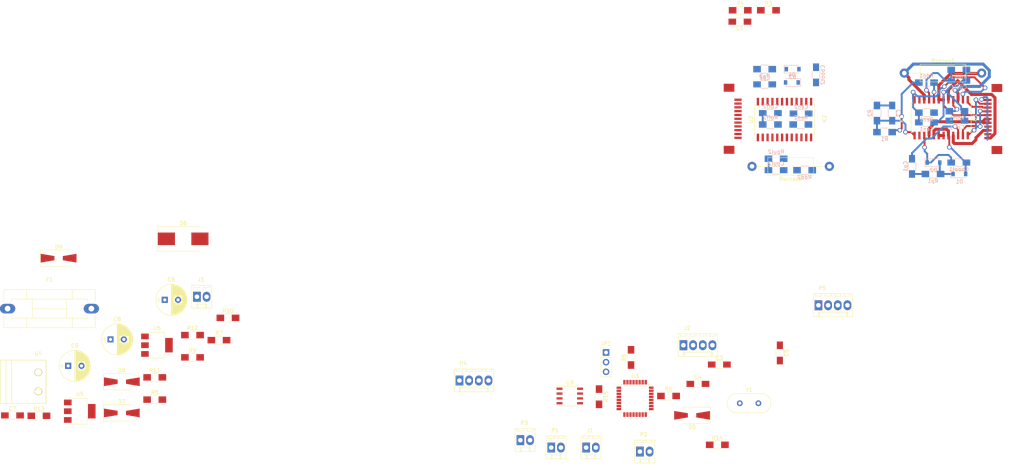
<source format=kicad_pcb>
(kicad_pcb (version 4) (host pcbnew 4.0.2+dfsg1-stable)
  (layers (0 F.Cu signal) (31 B.Cu signal) (34 B.Paste user) (35 F.Paste user) (36 B.SilkS user) (37 F.SilkS user) (38 B.Mask user) (39 F.Mask user) (44 Edge.Cuts user))
  (net 0 "")
  (net 1 /motor_part/Vref)
  (net 2 GND)
  (net 3 "Net-(C3-Pad1)")
  (net 4 "Net-(C4-Pad1)")
  (net 5 /uC/nrst)
  (net 6 VCC)
  (net 7 +5V)
  (net 8 +3V3)
  (net 9 /motor_part/VBOOT1)
  (net 10 /motor_part/VBOOT2)
  (net 11 /motor_part/DIAG_1)
  (net 12 /motor_part/DIAG_2)
  (net 13 /motor_part/RCOFF1)
  (net 14 /motor_part/RCOFF2)
  (net 15 /motor_part/VCP1)
  (net 16 "Net-(Cp1-Pad2)")
  (net 17 /motor_part/VCP2)
  (net 18 "Net-(Cp2-Pad2)")
  (net 19 /motor_part/RCPULSE1)
  (net 20 /motor_part/RCPULSE2)
  (net 21 "Net-(D1-Pad1)")
  (net 22 "Net-(D3-Pad1)")
  (net 23 "Net-(D5-Pad2)")
  (net 24 "Net-(D7-Pad2)")
  (net 25 "Net-(D8-Pad2)")
  (net 26 "Net-(D9-Pad2)")
  (net 27 "Net-(F1-Pad2)")
  (net 28 /uC/RX)
  (net 29 /uC/TX)
  (net 30 /uC/swclk)
  (net 31 /uC/swdio)
  (net 32 "Net-(JP1-Pad2)")
  (net 33 "Net-(K1-Pad1)")
  (net 34 "Net-(K1-Pad3)")
  (net 35 "Net-(K1-Pad5)")
  (net 36 "Net-(K1-Pad8)")
  (net 37 "Net-(K1-Pad9)")
  (net 38 "Net-(K1-Pad10)")
  (net 39 "Net-(K2-Pad1)")
  (net 40 "Net-(K2-Pad3)")
  (net 41 "Net-(K2-Pad5)")
  (net 42 "Net-(K2-Pad8)")
  (net 43 "Net-(K2-Pad9)")
  (net 44 "Net-(K2-Pad10)")
  (net 45 /uC/I2C_SDA)
  (net 46 /uC/I2C_SCL)
  (net 47 "Net-(P2-Pad1)")
  (net 48 "Net-(P2-Pad2)")
  (net 49 "Net-(P3-Pad1)")
  (net 50 "Net-(P3-Pad2)")
  (net 51 /encodeurs/Ch_A2)
  (net 52 /encodeurs/Ch_B2)
  (net 53 /encodeurs/Ch_A1)
  (net 54 /encodeurs/Ch_B1)
  (net 55 "Net-(R5-Pad1)")
  (net 56 "Net-(R6-Pad1)")
  (net 57 "Net-(R8-Pad1)")
  (net 58 "Net-(R11-Pad2)")
  (net 59 "Net-(R14-Pad1)")
  (net 60 /motor_part/TACHO_1)
  (net 61 /motor_part/TACHO_2)
  (net 62 /motor_part/EN_1)
  (net 63 /motor_part/EN_2)
  (net 64 "Net-(Rsense1-Pad1)")
  (net 65 "Net-(Rsense2-Pad1)")
  (net 66 /motor_part/DIR_1)
  (net 67 /motor_part/BRAKE_1)
  (net 68 /motor_part/DIR_2)
  (net 69 /motor_part/BRAKE_2)
  (module Housings_SOIC:SOIC-24W_7.5x15.4mm_Pitch1.27mm (layer F.Cu) (at 272.865 64.7 270)
    (fp_text reference U1 (at 0 -8.8 270) (layer F.SilkS))
    (fp_text value L6235D)
    (pad 1 smd rect (at -4.7 -6.985 270) (size 2 0.6) (layers F.Cu F.Paste F.Mask) (net 37 "Net-(K1-Pad9)"))
    (pad 2 smd rect (at -4.7 -5.715 270) (size 2 0.6) (layers F.Cu F.Paste F.Mask) (net 11 /motor_part/DIAG_1))
    (pad 3 smd rect (at -4.7 -4.445 270) (size 2 0.6) (layers F.Cu F.Paste F.Mask) (net 64 "Net-(Rsense1-Pad1)"))
    (pad 4 smd rect (at -4.7 -3.175 270) (size 2 0.6) (layers F.Cu F.Paste F.Mask) (net 13 /motor_part/RCOFF1))
    (pad 5 smd rect (at -4.7 -1.905 270) (size 2 0.6) (layers F.Cu F.Paste F.Mask) (net 33 "Net-(K1-Pad1)"))
    (pad 6 smd rect (at -4.7 -0.635 270) (size 2 0.6) (layers F.Cu F.Paste F.Mask) (net 2 GND))
    (pad 7 smd rect (at -4.7 0.635 270) (size 2 0.6) (layers F.Cu F.Paste F.Mask) (net 2 GND))
    (pad 8 smd rect (at -4.7 1.905 270) (size 2 0.6) (layers F.Cu F.Paste F.Mask) (net 60 /motor_part/TACHO_1))
    (pad 9 smd rect (at -4.7 3.175 270) (size 2 0.6) (layers F.Cu F.Paste F.Mask) (net 19 /motor_part/RCPULSE1))
    (pad 10 smd rect (at -4.7 4.445 270) (size 2 0.6) (layers F.Cu F.Paste F.Mask) (net 64 "Net-(Rsense1-Pad1)"))
    (pad 11 smd rect (at -4.7 5.715 270) (size 2 0.6) (layers F.Cu F.Paste F.Mask) (net 66 /motor_part/DIR_1))
    (pad 12 smd rect (at -4.7 6.985 270) (size 2 0.6) (layers F.Cu F.Paste F.Mask) (net 11 /motor_part/DIAG_1))
    (pad 13 smd rect (at 4.7 6.985 270) (size 2 0.6) (layers F.Cu F.Paste F.Mask) (net 1 /motor_part/Vref))
    (pad 14 smd rect (at 4.7 5.715 270) (size 2 0.6) (layers F.Cu F.Paste F.Mask) (net 67 /motor_part/BRAKE_1))
    (pad 15 smd rect (at 4.7 4.445 270) (size 2 0.6) (layers F.Cu F.Paste F.Mask) (net 9 /motor_part/VBOOT1))
    (pad 16 smd rect (at 4.7 3.175 270) (size 2 0.6) (layers F.Cu F.Paste F.Mask) (net 35 "Net-(K1-Pad5)"))
    (pad 17 smd rect (at 4.7 1.905 270) (size 2 0.6) (layers F.Cu F.Paste F.Mask) (net 6 VCC))
    (pad 18 smd rect (at 4.7 0.635 270) (size 2 0.6) (layers F.Cu F.Paste F.Mask) (net 2 GND))
    (pad 19 smd rect (at 4.7 -0.635 270) (size 2 0.6) (layers F.Cu F.Paste F.Mask) (net 2 GND))
    (pad 20 smd rect (at 4.7 -1.905 270) (size 2 0.6) (layers F.Cu F.Paste F.Mask) (net 6 VCC))
    (pad 21 smd rect (at 4.7 -3.175 270) (size 2 0.6) (layers F.Cu F.Paste F.Mask) (net 34 "Net-(K1-Pad3)"))
    (pad 22 smd rect (at 4.7 -4.445 270) (size 2 0.6) (layers F.Cu F.Paste F.Mask) (net 15 /motor_part/VCP1))
    (pad 23 smd rect (at 4.7 -5.715 270) (size 2 0.6) (layers F.Cu F.Paste F.Mask) (net 36 "Net-(K1-Pad8)"))
    (pad 24 smd rect (at 4.7 -6.985 270) (size 2 0.6) (layers F.Cu F.Paste F.Mask) (net 38 "Net-(K1-Pad10)"))
  )
  (module maxon:Molex-52207-0433 (layer F.Cu) (at 285.15 65.055 90)
    (fp_text reference K1 (at 0 -22.74 90) (layer F.SilkS))
    (fp_text value Maxon-200142)
    (pad 1 smd rect (at -5 0 90) (size 0.6 1.9) (layers F.Cu F.Paste F.Mask) (net 33 "Net-(K1-Pad1)"))
    (pad 2 smd rect (at -4 0 90) (size 0.6 1.9) (layers F.Cu F.Paste F.Mask) (net 33 "Net-(K1-Pad1)"))
    (pad 3 smd rect (at -3 0 90) (size 0.6 1.9) (layers F.Cu F.Paste F.Mask) (net 34 "Net-(K1-Pad3)"))
    (pad 4 smd rect (at -2 0 90) (size 0.6 1.9) (layers F.Cu F.Paste F.Mask) (net 34 "Net-(K1-Pad3)"))
    (pad 5 smd rect (at -1 0 90) (size 0.6 1.9) (layers F.Cu F.Paste F.Mask) (net 35 "Net-(K1-Pad5)"))
    (pad 6 smd rect (at 0 0 90) (size 0.6 1.9) (layers F.Cu F.Paste F.Mask) (net 35 "Net-(K1-Pad5)"))
    (pad 7 smd rect (at 1 0 90) (size 0.6 1.9) (layers F.Cu F.Paste F.Mask) (net 2 GND))
    (pad 8 smd rect (at 2 0 90) (size 0.6 1.9) (layers F.Cu F.Paste F.Mask) (net 36 "Net-(K1-Pad8)"))
    (pad 9 smd rect (at 3 0 90) (size 0.6 1.9) (layers F.Cu F.Paste F.Mask) (net 37 "Net-(K1-Pad9)"))
    (pad 10 smd rect (at 4 0 90) (size 0.6 1.9) (layers F.Cu F.Paste F.Mask) (net 38 "Net-(K1-Pad10)"))
    (pad 11 smd rect (at 5 0 90) (size 0.6 1.9) (layers F.Cu F.Paste F.Mask) (net 7 +5V))
    (pad "" smd rect (at 8.15 2.35 90) (size 2.1 2.8) (layers F.Cu F.Paste F.Mask))
    (pad "" smd rect (at -8.15 2.35 90) (size 2.1 2.8) (layers F.Cu F.Paste F.Mask))
  )
  (module Capacitors_SMD:C_1206_HandSoldering (layer F.Cu) (at 220 39.5 180)
    (fp_text reference C1 (at 0 -1.75 180) (layer F.SilkS))
    (fp_text value C)
    (pad 1 smd rect (at -2 0 180) (size 2 1.6) (layers F.Cu F.Paste F.Mask) (net 1 /motor_part/Vref))
    (pad 2 smd rect (at 2 0 180) (size 2 1.6) (layers F.Cu F.Paste F.Mask) (net 2 GND))
  )
  (module Capacitors_SMD:C_1206_HandSoldering (layer B.Cu) (at 260 63.5 90)
    (fp_text reference C2 (at 0 1.75 90) (layer B.SilkS) (effects (justify mirror)))
    (fp_text value C)
    (pad 1 smd rect (at -2 0 90) (size 2 1.6) (layers B.Cu B.Paste B.Mask) (net 1 /motor_part/Vref))
    (pad 2 smd rect (at 2 0 90) (size 2 1.6) (layers B.Cu B.Paste B.Mask) (net 2 GND))
  )
  (module Capacitors_SMD:C_1206_HandSoldering (layer F.Cu) (at 214.595 129.555)
    (fp_text reference C3 (at 0 -1.75) (layer F.SilkS))
    (fp_text value 10nC)
    (pad 1 smd rect (at -2 0) (size 2 1.6) (layers F.Cu F.Paste F.Mask) (net 3 "Net-(C3-Pad1)"))
    (pad 2 smd rect (at 2 0) (size 2 1.6) (layers F.Cu F.Paste F.Mask) (net 2 GND))
  )
  (module Capacitors_SMD:C_1206_HandSoldering (layer F.Cu) (at 208.975 134.635)
    (fp_text reference C4 (at 0 -1.75) (layer F.SilkS))
    (fp_text value 10nC)
    (pad 1 smd rect (at -2 0) (size 2 1.6) (layers F.Cu F.Paste F.Mask) (net 4 "Net-(C4-Pad1)"))
    (pad 2 smd rect (at 2 0) (size 2 1.6) (layers F.Cu F.Paste F.Mask) (net 2 GND))
  )
  (module Capacitors_SMD:C_1206_HandSoldering (layer F.Cu) (at 230.5 126.5 270)
    (fp_text reference C5 (at 0 -1.75 270) (layer F.SilkS))
    (fp_text value 100nC)
    (pad 1 smd rect (at -2 0 270) (size 2 1.6) (layers F.Cu F.Paste F.Mask) (net 5 /uC/nrst))
    (pad 2 smd rect (at 2 0 270) (size 2 1.6) (layers F.Cu F.Paste F.Mask) (net 2 GND))
  )
  (module Capacitors_THT:CP_Radial_D8.0mm_P3.50mm (layer F.Cu) (at 68.935001 112.555)
    (fp_text reference C6 (at 1.75 -5.31) (layer F.SilkS))
    (fp_text value 100uCP)
    (pad 1 thru_hole rect (at 0 0) (size 1.6 1.6) (drill 0.8) (layers *.Cu *.Mask) (net 6 VCC))
    (pad 2 thru_hole circle (at 3.5 0) (size 1.6 1.6) (drill 0.8) (layers *.Cu *.Mask) (net 2 GND))
  )
  (module Capacitors_SMD:C_1206_HandSoldering (layer F.Cu) (at 28.935001 142.915)
    (fp_text reference C7 (at 0 -1.75) (layer F.SilkS))
    (fp_text value 100nC)
    (pad 1 smd rect (at -2 0) (size 2 1.6) (layers F.Cu F.Paste F.Mask) (net 6 VCC))
    (pad 2 smd rect (at 2 0) (size 2 1.6) (layers F.Cu F.Paste F.Mask) (net 2 GND))
  )
  (module Capacitors_THT:CP_Radial_D8.0mm_P3.50mm (layer F.Cu) (at 54.685001 122.955)
    (fp_text reference C8 (at 1.75 -5.31) (layer F.SilkS))
    (fp_text value 10uC)
    (pad 1 thru_hole rect (at 0 0) (size 1.6 1.6) (drill 0.8) (layers *.Cu *.Mask) (net 7 +5V))
    (pad 2 thru_hole circle (at 3.5 0) (size 1.6 1.6) (drill 0.8) (layers *.Cu *.Mask) (net 2 GND))
  )
  (module Capacitors_THT:CP_Radial_D8.0mm_P3.50mm (layer F.Cu) (at 43.565001 129.895)
    (fp_text reference C9 (at 1.75 -5.31) (layer F.SilkS))
    (fp_text value 10uC)
    (pad 1 thru_hole rect (at 0 0) (size 1.6 1.6) (drill 0.8) (layers *.Cu *.Mask) (net 8 +3V3))
    (pad 2 thru_hole circle (at 3.5 0) (size 1.6 1.6) (drill 0.8) (layers *.Cu *.Mask) (net 2 GND))
  )
  (module Capacitors_SMD:C_1206_HandSoldering (layer B.Cu) (at 277.5 76.5)
    (fp_text reference Cboot1 (at 0 1.75) (layer B.SilkS) (effects (justify mirror)))
    (fp_text value 220nC)
    (pad 1 smd rect (at -2 0) (size 2 1.6) (layers B.Cu B.Paste B.Mask) (net 9 /motor_part/VBOOT1))
    (pad 2 smd rect (at 2 0) (size 2 1.6) (layers B.Cu B.Paste B.Mask) (net 6 VCC))
  )
  (module Capacitors_SMD:C_1206_HandSoldering (layer B.Cu) (at 240 53.461176 90)
    (fp_text reference Cboot2 (at 0 1.75 90) (layer B.SilkS) (effects (justify mirror)))
    (fp_text value 220nC)
    (pad 1 smd rect (at -2 0 90) (size 2 1.6) (layers B.Cu B.Paste B.Mask) (net 10 /motor_part/VBOOT2))
    (pad 2 smd rect (at 2 0 90) (size 2 1.6) (layers B.Cu B.Paste B.Mask) (net 6 VCC))
  )
  (module Capacitors_SMD:C_1206_HandSoldering (layer B.Cu) (at 269 65.94688)
    (fp_text reference Cen1 (at 0 1.75) (layer B.SilkS) (effects (justify mirror)))
    (fp_text value 5,6nC)
    (pad 1 smd rect (at -2 0) (size 2 1.6) (layers B.Cu B.Paste B.Mask) (net 11 /motor_part/DIAG_1))
    (pad 2 smd rect (at 2 0) (size 2 1.6) (layers B.Cu B.Paste B.Mask) (net 2 GND))
  )
  (module Capacitors_SMD:C_1206_HandSoldering (layer B.Cu) (at 236.064999 63.615 180)
    (fp_text reference Cen2 (at 0 1.75 180) (layer B.SilkS) (effects (justify mirror)))
    (fp_text value 5,6nC)
    (pad 1 smd rect (at -2 0 180) (size 2 1.6) (layers B.Cu B.Paste B.Mask) (net 12 /motor_part/DIAG_2))
    (pad 2 smd rect (at 2 0 180) (size 2 1.6) (layers B.Cu B.Paste B.Mask) (net 2 GND))
  )
  (module Capacitors_SMD:C_1206_HandSoldering (layer B.Cu) (at 277 65.5)
    (fp_text reference Coff1 (at 0 1.75) (layer B.SilkS) (effects (justify mirror)))
    (fp_text value 1nC)
    (pad 1 smd rect (at -2 0) (size 2 1.6) (layers B.Cu B.Paste B.Mask) (net 13 /motor_part/RCOFF1))
    (pad 2 smd rect (at 2 0) (size 2 1.6) (layers B.Cu B.Paste B.Mask) (net 2 GND))
  )
  (module Capacitors_SMD:C_1206_HandSoldering (layer B.Cu) (at 228 63.5 180)
    (fp_text reference Coff2 (at 0 1.75 180) (layer B.SilkS) (effects (justify mirror)))
    (fp_text value 1nC)
    (pad 1 smd rect (at -2 0 180) (size 2 1.6) (layers B.Cu B.Paste B.Mask) (net 14 /motor_part/RCOFF2))
    (pad 2 smd rect (at 2 0 180) (size 2 1.6) (layers B.Cu B.Paste B.Mask) (net 2 GND))
  )
  (module Capacitors_SMD:C_1206_HandSoldering (layer B.Cu) (at 265.21 77.5 270)
    (fp_text reference Cp1 (at 0 1.75 270) (layer B.SilkS) (effects (justify mirror)))
    (fp_text value 10nC)
    (pad 1 smd rect (at -2 0 270) (size 2 1.6) (layers B.Cu B.Paste B.Mask) (net 15 /motor_part/VCP1))
    (pad 2 smd rect (at 2 0 270) (size 2 1.6) (layers B.Cu B.Paste B.Mask) (net 16 "Net-(Cp1-Pad2)"))
  )
  (module Capacitors_SMD:C_1206_HandSoldering (layer B.Cu) (at 226.5 55.961176 180)
    (fp_text reference Cp2 (at 0 1.75 180) (layer B.SilkS) (effects (justify mirror)))
    (fp_text value 10nC)
    (pad 1 smd rect (at -2 0 180) (size 2 1.6) (layers B.Cu B.Paste B.Mask) (net 17 /motor_part/VCP2))
    (pad 2 smd rect (at 2 0 180) (size 2 1.6) (layers B.Cu B.Paste B.Mask) (net 18 "Net-(Cp2-Pad2)"))
  )
  (module Capacitors_SMD:C_1206_HandSoldering (layer B.Cu) (at 277.5 55)
    (fp_text reference Cpul1 (at 0 1.75) (layer B.SilkS) (effects (justify mirror)))
    (fp_text value 10nC)
    (pad 1 smd rect (at -2 0) (size 2 1.6) (layers B.Cu B.Paste B.Mask) (net 19 /motor_part/RCPULSE1))
    (pad 2 smd rect (at 2 0) (size 2 1.6) (layers B.Cu B.Paste B.Mask) (net 2 GND))
  )
  (module Capacitors_SMD:C_1206_HandSoldering (layer B.Cu) (at 229.5 78.5 180)
    (fp_text reference Cpul2 (at 0 1.75 180) (layer B.SilkS) (effects (justify mirror)))
    (fp_text value 10nC)
    (pad 1 smd rect (at -2 0 180) (size 2 1.6) (layers B.Cu B.Paste B.Mask) (net 20 /motor_part/RCPULSE2))
    (pad 2 smd rect (at 2 0 180) (size 2 1.6) (layers B.Cu B.Paste B.Mask) (net 2 GND))
  )
  (module Diodes_SMD:D_SOD-123 (layer B.Cu) (at 277.65 79.5)
    (fp_text reference D1 (at 0 2) (layer B.SilkS) (effects (justify mirror)))
    (fp_text value 1N4148)
    (pad 1 smd rect (at -1.65 0) (size 0.9 1.2) (layers B.Cu B.Paste B.Mask) (net 21 "Net-(D1-Pad1)"))
    (pad 2 smd rect (at 1.65 0) (size 0.9 1.2) (layers B.Cu B.Paste B.Mask) (net 6 VCC))
  )
  (module Diodes_SMD:D_SOD-123 (layer B.Cu) (at 270.85 76.5)
    (fp_text reference D2 (at 0 2) (layer B.SilkS) (effects (justify mirror)))
    (fp_text value 1N4148)
    (pad 1 smd rect (at -1.65 0) (size 0.9 1.2) (layers B.Cu B.Paste B.Mask) (net 9 /motor_part/VBOOT1))
    (pad 2 smd rect (at 1.65 0) (size 0.9 1.2) (layers B.Cu B.Paste B.Mask) (net 21 "Net-(D1-Pad1)"))
  )
  (module Diodes_SMD:D_SOD-123 (layer B.Cu) (at 233.85 51.961176)
    (fp_text reference D3 (at 0 2) (layer B.SilkS) (effects (justify mirror)))
    (fp_text value 1N4148)
    (pad 1 smd rect (at -1.65 0) (size 0.9 1.2) (layers B.Cu B.Paste B.Mask) (net 22 "Net-(D3-Pad1)"))
    (pad 2 smd rect (at 1.65 0) (size 0.9 1.2) (layers B.Cu B.Paste B.Mask) (net 6 VCC))
  )
  (module Diodes_SMD:D_SOD-123 (layer B.Cu) (at 233.65 55.461176 180)
    (fp_text reference D4 (at 0 2 180) (layer B.SilkS) (effects (justify mirror)))
    (fp_text value 1N4148)
    (pad 1 smd rect (at -1.65 0 180) (size 0.9 1.2) (layers B.Cu B.Paste B.Mask) (net 10 /motor_part/VBOOT2))
    (pad 2 smd rect (at 1.65 0 180) (size 0.9 1.2) (layers B.Cu B.Paste B.Mask) (net 22 "Net-(D3-Pad1)"))
  )
  (module Diodes_SMD:D_SMA-SMB_Universal_Handsoldering (layer F.Cu) (at 207.43 142.89 180)
    (fp_text reference D5 (at 0 -3 180) (layer F.SilkS))
    (fp_text value LED_ALT)
    (pad 1 smd trapezoid (at -2.9 0 180) (size 3.6 1.7) (rect_delta 0.6 0) (layers F.Cu F.Paste F.Mask) (net 2 GND))
    (pad 2 smd trapezoid (at 2.9 0) (size 3.6 1.7) (rect_delta 0.6 0) (layers F.Cu F.Paste F.Mask) (net 23 "Net-(D5-Pad2)"))
  )
  (module Diodes_SMD:D_SMC_Handsoldering (layer F.Cu) (at 73.765 96.535)
    (fp_text reference D6 (at 0 -4.1) (layer F.SilkS))
    (fp_text value D_10A)
    (pad 1 smd rect (at -4.4 0 90) (size 3.3 4.5) (layers F.Cu F.Paste F.Mask) (net 6 VCC))
    (pad 2 smd rect (at 4.4 0 90) (size 3.3 4.5) (layers F.Cu F.Paste F.Mask) (net 2 GND))
  )
  (module Diodes_SMD:D_SMA-SMB_Universal_Handsoldering (layer F.Cu) (at 57.655001 142.265)
    (fp_text reference D7 (at 0 -3) (layer F.SilkS))
    (fp_text value LED_VCC)
    (pad 1 smd trapezoid (at -2.9 0) (size 3.6 1.7) (rect_delta 0.6 0) (layers F.Cu F.Paste F.Mask) (net 2 GND))
    (pad 2 smd trapezoid (at 2.9 0 180) (size 3.6 1.7) (rect_delta 0.6 0) (layers F.Cu F.Paste F.Mask) (net 24 "Net-(D7-Pad2)"))
  )
  (module Diodes_SMD:D_SMA-SMB_Universal_Handsoldering (layer F.Cu) (at 57.655001 134.065)
    (fp_text reference D8 (at 0 -3) (layer F.SilkS))
    (fp_text value LED_5V)
    (pad 1 smd trapezoid (at -2.9 0) (size 3.6 1.7) (rect_delta 0.6 0) (layers F.Cu F.Paste F.Mask) (net 2 GND))
    (pad 2 smd trapezoid (at 2.9 0 180) (size 3.6 1.7) (rect_delta 0.6 0) (layers F.Cu F.Paste F.Mask) (net 25 "Net-(D8-Pad2)"))
  )
  (module Diodes_SMD:D_SMA-SMB_Universal_Handsoldering (layer F.Cu) (at 41.06 101.615)
    (fp_text reference D9 (at 0 -3) (layer F.SilkS))
    (fp_text value LED_3.3V)
    (pad 1 smd trapezoid (at -2.9 0) (size 3.6 1.7) (rect_delta 0.6 0) (layers F.Cu F.Paste F.Mask) (net 2 GND))
    (pad 2 smd trapezoid (at 2.9 0 180) (size 3.6 1.7) (rect_delta 0.6 0) (layers F.Cu F.Paste F.Mask) (net 26 "Net-(D9-Pad2)"))
  )
  (module Fuse_Holders_and_Fuses:Fuseholder5x20_horiz_SemiClosed_Casing10x25mm (layer F.Cu) (at 27.66 114.865)
    (fp_text reference F1 (at 11 -7.62) (layer F.SilkS))
    (fp_text value Fuse)
    (pad 2 thru_hole oval (at 22 0 270) (size 2.5 4) (drill 1.5) (layers *.Cu *.Mask) (net 27 "Net-(F1-Pad2)"))
    (pad 1 thru_hole oval (at 0 0 270) (size 2.5 4) (drill 1.5) (layers *.Cu *.Mask) (net 6 VCC))
  )
  (module Connectors_Molex:Molex_KK-6410-02_02x2.54mm_Straight (layer F.Cu) (at 179.612381 151.36)
    (fp_text reference J1 (at 1 -4.5) (layer F.SilkS))
    (fp_text value CONN_SERIAL)
    (pad 1 thru_hole rect (at 0 0) (size 2 2.6) (drill 1.2) (layers *.Cu *.Mask) (net 28 /uC/RX))
    (pad 2 thru_hole oval (at 2.54 0) (size 2 2.6) (drill 1.2) (layers *.Cu *.Mask) (net 29 /uC/TX))
  )
  (module Connectors_Molex:Molex_KK-6410-04_04x2.54mm_Straight (layer F.Cu) (at 205.165 124.475)
    (fp_text reference J2 (at 1 -4.5) (layer F.SilkS))
    (fp_text value swdio)
    (pad 1 thru_hole rect (at 0 0) (size 2 2.6) (drill 1.2) (layers *.Cu *.Mask) (net 2 GND))
    (pad 2 thru_hole oval (at 2.54 0) (size 2 2.6) (drill 1.2) (layers *.Cu *.Mask) (net 5 /uC/nrst))
    (pad 3 thru_hole oval (at 5.08 0) (size 2 2.6) (drill 1.2) (layers *.Cu *.Mask) (net 30 /uC/swclk))
    (pad 4 thru_hole oval (at 7.62 0) (size 2 2.6) (drill 1.2) (layers *.Cu *.Mask) (net 31 /uC/swdio))
  )
  (module Connectors_Molex:Molex_KK-6410-02_02x2.54mm_Straight (layer F.Cu) (at 77.385001 111.745)
    (fp_text reference J3 (at 1 -4.5) (layer F.SilkS))
    (fp_text value FAN)
    (pad 1 thru_hole rect (at 0 0) (size 2 2.6) (drill 1.2) (layers *.Cu *.Mask) (net 6 VCC))
    (pad 2 thru_hole oval (at 2.54 0) (size 2 2.6) (drill 1.2) (layers *.Cu *.Mask) (net 2 GND))
  )
  (module Pin_Headers:Pin_Header_Straight_1x03_Pitch2.54mm (layer F.Cu) (at 184.845 126.38)
    (fp_text reference JP1 (at 0 -2.33) (layer F.SilkS))
    (fp_text value Jumper_NC_Dual)
    (pad 1 thru_hole rect (at 0 0) (size 1.7 1.7) (drill 1) (layers *.Cu *.Mask) (net 2 GND))
    (pad 2 thru_hole oval (at 0 2.54) (size 1.7 1.7) (drill 1) (layers *.Cu *.Mask) (net 32 "Net-(JP1-Pad2)"))
    (pad 3 thru_hole oval (at 0 5.08) (size 1.7 1.7) (drill 1) (layers *.Cu *.Mask) (net 8 +3V3))
  )
  (module maxon:Molex-52207-0433 (layer F.Cu) (at 219.5 65 270)
    (fp_text reference K2 (at 0 -22.74 270) (layer F.SilkS))
    (fp_text value Maxon-200142)
    (pad 1 smd rect (at -5 0 270) (size 0.6 1.9) (layers F.Cu F.Paste F.Mask) (net 39 "Net-(K2-Pad1)"))
    (pad 2 smd rect (at -4 0 270) (size 0.6 1.9) (layers F.Cu F.Paste F.Mask) (net 39 "Net-(K2-Pad1)"))
    (pad 3 smd rect (at -3 0 270) (size 0.6 1.9) (layers F.Cu F.Paste F.Mask) (net 40 "Net-(K2-Pad3)"))
    (pad 4 smd rect (at -2 0 270) (size 0.6 1.9) (layers F.Cu F.Paste F.Mask) (net 40 "Net-(K2-Pad3)"))
    (pad 5 smd rect (at -1 0 270) (size 0.6 1.9) (layers F.Cu F.Paste F.Mask) (net 41 "Net-(K2-Pad5)"))
    (pad 6 smd rect (at 0 0 270) (size 0.6 1.9) (layers F.Cu F.Paste F.Mask) (net 41 "Net-(K2-Pad5)"))
    (pad 7 smd rect (at 1 0 270) (size 0.6 1.9) (layers F.Cu F.Paste F.Mask) (net 2 GND))
    (pad 8 smd rect (at 2 0 270) (size 0.6 1.9) (layers F.Cu F.Paste F.Mask) (net 42 "Net-(K2-Pad8)"))
    (pad 9 smd rect (at 3 0 270) (size 0.6 1.9) (layers F.Cu F.Paste F.Mask) (net 43 "Net-(K2-Pad9)"))
    (pad 10 smd rect (at 4 0 270) (size 0.6 1.9) (layers F.Cu F.Paste F.Mask) (net 44 "Net-(K2-Pad10)"))
    (pad 11 smd rect (at 5 0 270) (size 0.6 1.9) (layers F.Cu F.Paste F.Mask) (net 7 +5V))
    (pad "" smd rect (at 8.15 2.35 270) (size 2.1 2.8) (layers F.Cu F.Paste F.Mask))
    (pad "" smd rect (at -8.15 2.35 270) (size 2.1 2.8) (layers F.Cu F.Paste F.Mask))
  )
  (module Connectors_Molex:Molex_KK-6410-02_02x2.54mm_Straight (layer F.Cu) (at 170.446666 151.36)
    (fp_text reference P1 (at 1 -4.5) (layer F.SilkS))
    (fp_text value CONN_I2C)
    (pad 1 thru_hole rect (at 0 0) (size 2 2.6) (drill 1.2) (layers *.Cu *.Mask) (net 45 /uC/I2C_SDA))
    (pad 2 thru_hole oval (at 2.54 0) (size 2 2.6) (drill 1.2) (layers *.Cu *.Mask) (net 46 /uC/I2C_SCL))
  )
  (module Connectors_Molex:Molex_KK-6410-02_02x2.54mm_Straight (layer F.Cu) (at 193.735 152.415)
    (fp_text reference P2 (at 1 -4.5) (layer F.SilkS))
    (fp_text value CONN_FREE)
    (pad 1 thru_hole rect (at 0 0) (size 2 2.6) (drill 1.2) (layers *.Cu *.Mask) (net 47 "Net-(P2-Pad1)"))
    (pad 2 thru_hole oval (at 2.54 0) (size 2 2.6) (drill 1.2) (layers *.Cu *.Mask) (net 48 "Net-(P2-Pad2)"))
  )
  (module Connectors_Molex:Molex_KK-6410-02_02x2.54mm_Straight (layer F.Cu) (at 162.334762 149.41)
    (fp_text reference P3 (at 1 -4.5) (layer F.SilkS))
    (fp_text value CONN_CAN)
    (pad 1 thru_hole rect (at 0 0) (size 2 2.6) (drill 1.2) (layers *.Cu *.Mask) (net 49 "Net-(P3-Pad1)"))
    (pad 2 thru_hole oval (at 2.54 0) (size 2 2.6) (drill 1.2) (layers *.Cu *.Mask) (net 50 "Net-(P3-Pad2)"))
  )
  (module Connectors_Molex:Molex_KK-6410-04_04x2.54mm_Straight (layer F.Cu) (at 146.34 133.74)
    (fp_text reference P4 (at 1 -4.5) (layer F.SilkS))
    (fp_text value encoder_2)
    (pad 1 thru_hole rect (at 0 0) (size 2 2.6) (drill 1.2) (layers *.Cu *.Mask) (net 7 +5V))
    (pad 2 thru_hole oval (at 2.54 0) (size 2 2.6) (drill 1.2) (layers *.Cu *.Mask) (net 51 /encodeurs/Ch_A2))
    (pad 3 thru_hole oval (at 5.08 0) (size 2 2.6) (drill 1.2) (layers *.Cu *.Mask) (net 2 GND))
    (pad 4 thru_hole oval (at 7.62 0) (size 2 2.6) (drill 1.2) (layers *.Cu *.Mask) (net 52 /encodeurs/Ch_B2))
  )
  (module Connectors_Molex:Molex_KK-6410-04_04x2.54mm_Straight (layer F.Cu) (at 240.63 113.98)
    (fp_text reference P5 (at 1 -4.5) (layer F.SilkS))
    (fp_text value encoder_1)
    (pad 1 thru_hole rect (at 0 0) (size 2 2.6) (drill 1.2) (layers *.Cu *.Mask) (net 7 +5V))
    (pad 2 thru_hole oval (at 2.54 0) (size 2 2.6) (drill 1.2) (layers *.Cu *.Mask) (net 53 /encodeurs/Ch_A1))
    (pad 3 thru_hole oval (at 5.08 0) (size 2 2.6) (drill 1.2) (layers *.Cu *.Mask) (net 2 GND))
    (pad 4 thru_hole oval (at 7.62 0) (size 2 2.6) (drill 1.2) (layers *.Cu *.Mask) (net 54 /encodeurs/Ch_B1))
  )
  (module Resistors_SMD:R_1206_HandSoldering (layer B.Cu) (at 258 68.5)
    (fp_text reference R1 (at 0 1.85) (layer B.SilkS) (effects (justify mirror)))
    (fp_text value R)
    (pad 1 smd rect (at -2 0) (size 2 1.7) (layers B.Cu B.Paste B.Mask) (net 1 /motor_part/Vref))
    (pad 2 smd rect (at 2 0) (size 2 1.7) (layers B.Cu B.Paste B.Mask) (net 8 +3V3))
  )
  (module Resistors_SMD:R_1206_HandSoldering (layer B.Cu) (at 256 63.5 270)
    (fp_text reference R2 (at 0 1.85 270) (layer B.SilkS) (effects (justify mirror)))
    (fp_text value R)
    (pad 1 smd rect (at -2 0 270) (size 2 1.7) (layers B.Cu B.Paste B.Mask) (net 2 GND))
    (pad 2 smd rect (at 2 0 270) (size 2 1.7) (layers B.Cu B.Paste B.Mask) (net 1 /motor_part/Vref))
  )
  (module Resistors_SMD:R_1206_HandSoldering (layer F.Cu) (at 227.5 36.5)
    (fp_text reference R3 (at 0 -1.85) (layer F.SilkS))
    (fp_text value R)
    (pad 1 smd rect (at -2 0) (size 2 1.7) (layers F.Cu F.Paste F.Mask) (net 1 /motor_part/Vref))
    (pad 2 smd rect (at 2 0) (size 2 1.7) (layers F.Cu F.Paste F.Mask) (net 8 +3V3))
  )
  (module Resistors_SMD:R_1206_HandSoldering (layer F.Cu) (at 220.085001 36.5)
    (fp_text reference R4 (at 0 -1.85) (layer F.SilkS))
    (fp_text value R)
    (pad 1 smd rect (at -2 0) (size 2 1.7) (layers F.Cu F.Paste F.Mask) (net 2 GND))
    (pad 2 smd rect (at 2 0) (size 2 1.7) (layers F.Cu F.Paste F.Mask) (net 1 /motor_part/Vref))
  )
  (module Resistors_SMD:R_1206_HandSoldering (layer F.Cu) (at 191.4 127.68 90)
    (fp_text reference R5 (at 0 -1.85 90) (layer F.SilkS))
    (fp_text value 10kR)
    (pad 1 smd rect (at -2 0 90) (size 2 1.7) (layers F.Cu F.Paste F.Mask) (net 55 "Net-(R5-Pad1)"))
    (pad 2 smd rect (at 2 0 90) (size 2 1.7) (layers F.Cu F.Paste F.Mask) (net 32 "Net-(JP1-Pad2)"))
  )
  (module Resistors_SMD:R_1206_HandSoldering (layer F.Cu) (at 201.26 137.81)
    (fp_text reference R6 (at 0 -1.85) (layer F.SilkS))
    (fp_text value R)
    (pad 1 smd rect (at -2 0) (size 2 1.7) (layers F.Cu F.Paste F.Mask) (net 56 "Net-(R6-Pad1)"))
    (pad 2 smd rect (at 2 0) (size 2 1.7) (layers F.Cu F.Paste F.Mask) (net 23 "Net-(D5-Pad2)"))
  )
  (module Resistors_SMD:R_1206_HandSoldering (layer F.Cu) (at 83.175001 123.145)
    (fp_text reference R7 (at 0 -1.85) (layer F.SilkS))
    (fp_text value R)
    (pad 1 smd rect (at -2 0) (size 2 1.7) (layers F.Cu F.Paste F.Mask) (net 24 "Net-(D7-Pad2)"))
    (pad 2 smd rect (at 2 0) (size 2 1.7) (layers F.Cu F.Paste F.Mask) (net 6 VCC))
  )
  (module Resistors_SMD:R_1206_HandSoldering (layer F.Cu) (at 66.305001 138.765)
    (fp_text reference R8 (at 0 -1.85) (layer F.SilkS))
    (fp_text value 3.3kR)
    (pad 1 smd rect (at -2 0) (size 2 1.7) (layers F.Cu F.Paste F.Mask) (net 57 "Net-(R8-Pad1)"))
    (pad 2 smd rect (at 2 0) (size 2 1.7) (layers F.Cu F.Paste F.Mask) (net 2 GND))
  )
  (module Resistors_SMD:R_1206_HandSoldering (layer F.Cu) (at 76.225001 127.665)
    (fp_text reference R9 (at 0 -1.85) (layer F.SilkS))
    (fp_text value 10kR)
    (pad 1 smd rect (at -2 0) (size 2 1.7) (layers F.Cu F.Paste F.Mask) (net 7 +5V))
    (pad 2 smd rect (at 2 0) (size 2 1.7) (layers F.Cu F.Paste F.Mask) (net 57 "Net-(R8-Pad1)"))
  )
  (module Resistors_SMD:R_1206_HandSoldering (layer F.Cu) (at 85.535001 117.295)
    (fp_text reference R10 (at 0 -1.85) (layer F.SilkS))
    (fp_text value R)
    (pad 1 smd rect (at -2 0) (size 2 1.7) (layers F.Cu F.Paste F.Mask) (net 25 "Net-(D8-Pad2)"))
    (pad 2 smd rect (at 2 0) (size 2 1.7) (layers F.Cu F.Paste F.Mask) (net 7 +5V))
  )
  (module Resistors_SMD:R_1206_HandSoldering (layer F.Cu) (at 66.305001 132.915)
    (fp_text reference R11 (at 0 -1.85) (layer F.SilkS))
    (fp_text value 33kR)
    (pad 1 smd rect (at -2 0) (size 2 1.7) (layers F.Cu F.Paste F.Mask) (net 2 GND))
    (pad 2 smd rect (at 2 0) (size 2 1.7) (layers F.Cu F.Paste F.Mask) (net 58 "Net-(R11-Pad2)"))
  )
  (module Resistors_SMD:R_1206_HandSoldering (layer F.Cu) (at 76.225001 121.815)
    (fp_text reference R12 (at 0 -1.85) (layer F.SilkS))
    (fp_text value 56kR)
    (pad 1 smd rect (at -2 0) (size 2 1.7) (layers F.Cu F.Paste F.Mask) (net 8 +3V3))
    (pad 2 smd rect (at 2 0) (size 2 1.7) (layers F.Cu F.Paste F.Mask) (net 58 "Net-(R11-Pad2)"))
  )
  (module Resistors_SMD:R_1206_HandSoldering (layer F.Cu) (at 35.885001 143.015)
    (fp_text reference R13 (at 0 -1.85) (layer F.SilkS))
    (fp_text value R)
    (pad 1 smd rect (at -2 0) (size 2 1.7) (layers F.Cu F.Paste F.Mask) (net 26 "Net-(D9-Pad2)"))
    (pad 2 smd rect (at 2 0) (size 2 1.7) (layers F.Cu F.Paste F.Mask) (net 8 +3V3))
  )
  (module Resistors_SMD:R_1206_HandSoldering (layer F.Cu) (at 214.07 150.64)
    (fp_text reference R14 (at 0 -1.85) (layer F.SilkS))
    (fp_text value R)
    (pad 1 smd rect (at -2 0) (size 2 1.7) (layers F.Cu F.Paste F.Mask) (net 59 "Net-(R14-Pad1)"))
    (pad 2 smd rect (at 2 0) (size 2 1.7) (layers F.Cu F.Paste F.Mask) (net 4 "Net-(C4-Pad1)"))
  )
  (module Resistors_SMD:R_1206_HandSoldering (layer F.Cu) (at 183 138 270)
    (fp_text reference R15 (at 0 -1.85 270) (layer F.SilkS))
    (fp_text value R)
    (pad 1 smd rect (at -2 0 270) (size 2 1.7) (layers F.Cu F.Paste F.Mask) (net 49 "Net-(P3-Pad1)"))
    (pad 2 smd rect (at 2 0 270) (size 2 1.7) (layers F.Cu F.Paste F.Mask) (net 50 "Net-(P3-Pad2)"))
  )
  (module Resistors_SMD:R_1206_HandSoldering (layer B.Cu) (at 269 55.5 180)
    (fp_text reference Rdd1 (at 0 1.85 180) (layer B.SilkS) (effects (justify mirror)))
    (fp_text value 1kR)
    (pad 1 smd rect (at -2 0 180) (size 2 1.7) (layers B.Cu B.Paste B.Mask) (net 60 /motor_part/TACHO_1))
    (pad 2 smd rect (at 2 0 180) (size 2 1.7) (layers B.Cu B.Paste B.Mask) (net 8 +3V3))
  )
  (module Resistors_SMD:R_1206_HandSoldering (layer B.Cu) (at 237 78.5)
    (fp_text reference Rdd2 (at 0 1.85) (layer B.SilkS) (effects (justify mirror)))
    (fp_text value 1kR)
    (pad 1 smd rect (at -2 0) (size 2 1.7) (layers B.Cu B.Paste B.Mask) (net 61 /motor_part/TACHO_2))
    (pad 2 smd rect (at 2 0) (size 2 1.7) (layers B.Cu B.Paste B.Mask) (net 8 +3V3))
  )
  (module Resistors_SMD:R_1206_HandSoldering (layer B.Cu) (at 269 63.38688)
    (fp_text reference Ren1 (at 0 1.85) (layer B.SilkS) (effects (justify mirror)))
    (fp_text value 100kR)
    (pad 1 smd rect (at -2 0) (size 2 1.7) (layers B.Cu B.Paste B.Mask) (net 11 /motor_part/DIAG_1))
    (pad 2 smd rect (at 2 0) (size 2 1.7) (layers B.Cu B.Paste B.Mask) (net 62 /motor_part/EN_1))
  )
  (module Resistors_SMD:R_1206_HandSoldering (layer B.Cu) (at 236 66.5 180)
    (fp_text reference Ren2 (at 0 1.85 180) (layer B.SilkS) (effects (justify mirror)))
    (fp_text value 100kR)
    (pad 1 smd rect (at -2 0 180) (size 2 1.7) (layers B.Cu B.Paste B.Mask) (net 12 /motor_part/DIAG_2))
    (pad 2 smd rect (at 2 0 180) (size 2 1.7) (layers B.Cu B.Paste B.Mask) (net 63 /motor_part/EN_2))
  )
  (module Resistors_SMD:R_1206_HandSoldering (layer B.Cu) (at 277 63)
    (fp_text reference Roff1 (at 0 1.85) (layer B.SilkS) (effects (justify mirror)))
    (fp_text value 33kR)
    (pad 1 smd rect (at -2 0) (size 2 1.7) (layers B.Cu B.Paste B.Mask) (net 13 /motor_part/RCOFF1))
    (pad 2 smd rect (at 2 0) (size 2 1.7) (layers B.Cu B.Paste B.Mask) (net 2 GND))
  )
  (module Resistors_SMD:R_1206_HandSoldering (layer B.Cu) (at 228 66.5 180)
    (fp_text reference Roff2 (at 0 1.85 180) (layer B.SilkS) (effects (justify mirror)))
    (fp_text value 33kR)
    (pad 1 smd rect (at -2 0 180) (size 2 1.7) (layers B.Cu B.Paste B.Mask) (net 14 /motor_part/RCOFF2))
    (pad 2 smd rect (at 2 0 180) (size 2 1.7) (layers B.Cu B.Paste B.Mask) (net 2 GND))
  )
  (module Resistors_SMD:R_1206_HandSoldering (layer B.Cu) (at 270.72 79.5)
    (fp_text reference Rp1 (at 0 1.85) (layer B.SilkS) (effects (justify mirror)))
    (fp_text value 100R)
    (pad 1 smd rect (at -2 0) (size 2 1.7) (layers B.Cu B.Paste B.Mask) (net 16 "Net-(Cp1-Pad2)"))
    (pad 2 smd rect (at 2 0) (size 2 1.7) (layers B.Cu B.Paste B.Mask) (net 21 "Net-(D1-Pad1)"))
  )
  (module Resistors_SMD:R_1206_HandSoldering (layer B.Cu) (at 226.5 51.961176)
    (fp_text reference Rp2 (at 0 1.85) (layer B.SilkS) (effects (justify mirror)))
    (fp_text value 100R)
    (pad 1 smd rect (at -2 0) (size 2 1.7) (layers B.Cu B.Paste B.Mask) (net 18 "Net-(Cp2-Pad2)"))
    (pad 2 smd rect (at 2 0) (size 2 1.7) (layers B.Cu B.Paste B.Mask) (net 22 "Net-(D3-Pad1)"))
  )
  (module Resistors_SMD:R_1206_HandSoldering (layer B.Cu) (at 277.5 52.135)
    (fp_text reference Rpul1 (at 0 1.85) (layer B.SilkS) (effects (justify mirror)))
    (fp_text value 47kR)
    (pad 1 smd rect (at -2 0) (size 2 1.7) (layers B.Cu B.Paste B.Mask) (net 19 /motor_part/RCPULSE1))
    (pad 2 smd rect (at 2 0) (size 2 1.7) (layers B.Cu B.Paste B.Mask) (net 2 GND))
  )
  (module Resistors_SMD:R_1206_HandSoldering (layer B.Cu) (at 229.5 75.5 180)
    (fp_text reference Rpul2 (at 0 1.85 180) (layer B.SilkS) (effects (justify mirror)))
    (fp_text value 47kR)
    (pad 1 smd rect (at -2 0 180) (size 2 1.7) (layers B.Cu B.Paste B.Mask) (net 20 /motor_part/RCPULSE2))
    (pad 2 smd rect (at 2 0 180) (size 2 1.7) (layers B.Cu B.Paste B.Mask) (net 2 GND))
  )
  (module Resistors_THT:R_Axial_DIN0414_L11.9mm_D4.5mm_P20.32mm_Horizontal (layer F.Cu) (at 263.18 53)
    (fp_text reference Rsense1 (at 10.16 -3.31) (layer F.SilkS))
    (fp_text value 0.03R)
    (pad 1 thru_hole circle (at 0 0) (size 2.4 2.4) (drill 1.2) (layers *.Cu *.Mask) (net 64 "Net-(Rsense1-Pad1)"))
    (pad 2 thru_hole oval (at 20.32 0) (size 2.4 2.4) (drill 1.2) (layers *.Cu *.Mask) (net 2 GND))
  )
  (module Resistors_THT:R_Axial_DIN0414_L11.9mm_D4.5mm_P20.32mm_Horizontal (layer F.Cu) (at 243.5 77.5 180)
    (fp_text reference Rsense2 (at 10.16 -3.31 180) (layer F.SilkS))
    (fp_text value 0.03R)
    (pad 1 thru_hole circle (at 0 0 180) (size 2.4 2.4) (drill 1.2) (layers *.Cu *.Mask) (net 65 "Net-(Rsense2-Pad1)"))
    (pad 2 thru_hole oval (at 20.32 0 180) (size 2.4 2.4) (drill 1.2) (layers *.Cu *.Mask) (net 2 GND))
  )
  (module Housings_SOIC:SOIC-24W_7.5x15.4mm_Pitch1.27mm (layer F.Cu) (at 231.715 65.2 90)
    (fp_text reference U2 (at 0 -8.8 90) (layer F.SilkS))
    (fp_text value L6235D)
    (pad 1 smd rect (at -4.7 -6.985 90) (size 2 0.6) (layers F.Cu F.Paste F.Mask) (net 43 "Net-(K2-Pad9)"))
    (pad 2 smd rect (at -4.7 -5.715 90) (size 2 0.6) (layers F.Cu F.Paste F.Mask) (net 12 /motor_part/DIAG_2))
    (pad 3 smd rect (at -4.7 -4.445 90) (size 2 0.6) (layers F.Cu F.Paste F.Mask) (net 65 "Net-(Rsense2-Pad1)"))
    (pad 4 smd rect (at -4.7 -3.175 90) (size 2 0.6) (layers F.Cu F.Paste F.Mask) (net 14 /motor_part/RCOFF2))
    (pad 5 smd rect (at -4.7 -1.905 90) (size 2 0.6) (layers F.Cu F.Paste F.Mask) (net 39 "Net-(K2-Pad1)"))
    (pad 6 smd rect (at -4.7 -0.635 90) (size 2 0.6) (layers F.Cu F.Paste F.Mask) (net 2 GND))
    (pad 7 smd rect (at -4.7 0.635 90) (size 2 0.6) (layers F.Cu F.Paste F.Mask) (net 2 GND))
    (pad 8 smd rect (at -4.7 1.905 90) (size 2 0.6) (layers F.Cu F.Paste F.Mask) (net 61 /motor_part/TACHO_2))
    (pad 9 smd rect (at -4.7 3.175 90) (size 2 0.6) (layers F.Cu F.Paste F.Mask) (net 20 /motor_part/RCPULSE2))
    (pad 10 smd rect (at -4.7 4.445 90) (size 2 0.6) (layers F.Cu F.Paste F.Mask) (net 65 "Net-(Rsense2-Pad1)"))
    (pad 11 smd rect (at -4.7 5.715 90) (size 2 0.6) (layers F.Cu F.Paste F.Mask) (net 68 /motor_part/DIR_2))
    (pad 12 smd rect (at -4.7 6.985 90) (size 2 0.6) (layers F.Cu F.Paste F.Mask) (net 12 /motor_part/DIAG_2))
    (pad 13 smd rect (at 4.7 6.985 90) (size 2 0.6) (layers F.Cu F.Paste F.Mask) (net 1 /motor_part/Vref))
    (pad 14 smd rect (at 4.7 5.715 90) (size 2 0.6) (layers F.Cu F.Paste F.Mask) (net 69 /motor_part/BRAKE_2))
    (pad 15 smd rect (at 4.7 4.445 90) (size 2 0.6) (layers F.Cu F.Paste F.Mask) (net 10 /motor_part/VBOOT2))
    (pad 16 smd rect (at 4.7 3.175 90) (size 2 0.6) (layers F.Cu F.Paste F.Mask) (net 41 "Net-(K2-Pad5)"))
    (pad 17 smd rect (at 4.7 1.905 90) (size 2 0.6) (layers F.Cu F.Paste F.Mask) (net 6 VCC))
    (pad 18 smd rect (at 4.7 0.635 90) (size 2 0.6) (layers F.Cu F.Paste F.Mask) (net 2 GND))
    (pad 19 smd rect (at 4.7 -0.635 90) (size 2 0.6) (layers F.Cu F.Paste F.Mask) (net 2 GND))
    (pad 20 smd rect (at 4.7 -1.905 90) (size 2 0.6) (layers F.Cu F.Paste F.Mask) (net 6 VCC))
    (pad 21 smd rect (at 4.7 -3.175 90) (size 2 0.6) (layers F.Cu F.Paste F.Mask) (net 40 "Net-(K2-Pad3)"))
    (pad 22 smd rect (at 4.7 -4.445 90) (size 2 0.6) (layers F.Cu F.Paste F.Mask) (net 17 /motor_part/VCP2))
    (pad 23 smd rect (at 4.7 -5.715 90) (size 2 0.6) (layers F.Cu F.Paste F.Mask) (net 42 "Net-(K2-Pad8)"))
    (pad 24 smd rect (at 4.7 -6.985 90) (size 2 0.6) (layers F.Cu F.Paste F.Mask) (net 44 "Net-(K2-Pad10)"))
  )
  (module Housings_QFP:LQFP-32_7x7mm_Pitch0.8mm (layer F.Cu) (at 192.465 138.445)
    (fp_text reference U3 (at 0 -5.85) (layer F.SilkS))
    (fp_text value stm32f303k8t6)
    (pad 1 smd rect (at -4.25 -2.8) (size 1.2 0.6) (layers F.Cu F.Paste F.Mask) (net 8 +3V3))
    (pad 2 smd rect (at -4.25 -2) (size 1.2 0.6) (layers F.Cu F.Paste F.Mask) (net 3 "Net-(C3-Pad1)"))
    (pad 3 smd rect (at -4.25 -1.2) (size 1.2 0.6) (layers F.Cu F.Paste F.Mask) (net 59 "Net-(R14-Pad1)"))
    (pad 4 smd rect (at -4.25 -0.4) (size 1.2 0.6) (layers F.Cu F.Paste F.Mask) (net 5 /uC/nrst))
    (pad 5 smd rect (at -4.25 0.4) (size 1.2 0.6) (layers F.Cu F.Paste F.Mask) (net 8 +3V3))
    (pad 6 smd rect (at -4.25 1.2) (size 1.2 0.6) (layers F.Cu F.Paste F.Mask) (net 53 /encodeurs/Ch_A1))
    (pad 7 smd rect (at -4.25 2) (size 1.2 0.6) (layers F.Cu F.Paste F.Mask) (net 54 /encodeurs/Ch_B1))
    (pad 8 smd rect (at -4.25 2.8) (size 1.2 0.6) (layers F.Cu F.Paste F.Mask) (net 29 /uC/TX))
    (pad 9 smd rect (at -2.8 4.25 90) (size 1.2 0.6) (layers F.Cu F.Paste F.Mask) (net 28 /uC/RX))
    (pad 10 smd rect (at -2 4.25 90) (size 1.2 0.6) (layers F.Cu F.Paste F.Mask) (net 48 "Net-(P2-Pad2)"))
    (pad 11 smd rect (at -1.2 4.25 90) (size 1.2 0.6) (layers F.Cu F.Paste F.Mask) (net 47 "Net-(P2-Pad1)"))
    (pad 12 smd rect (at -0.4 4.25 90) (size 1.2 0.6) (layers F.Cu F.Paste F.Mask) (net 62 /motor_part/EN_1))
    (pad 13 smd rect (at 0.4 4.25 90) (size 1.2 0.6) (layers F.Cu F.Paste F.Mask) (net 67 /motor_part/BRAKE_1))
    (pad 14 smd rect (at 1.2 4.25 90) (size 1.2 0.6) (layers F.Cu F.Paste F.Mask) (net 66 /motor_part/DIR_1))
    (pad 15 smd rect (at 2 4.25 90) (size 1.2 0.6) (layers F.Cu F.Paste F.Mask) (net 11 /motor_part/DIAG_1))
    (pad 16 smd rect (at 2.8 4.25 90) (size 1.2 0.6) (layers F.Cu F.Paste F.Mask) (net 2 GND))
    (pad 17 smd rect (at 4.25 2.8) (size 1.2 0.6) (layers F.Cu F.Paste F.Mask) (net 8 +3V3))
    (pad 18 smd rect (at 4.25 2) (size 1.2 0.6) (layers F.Cu F.Paste F.Mask) (net 51 /encodeurs/Ch_A2))
    (pad 19 smd rect (at 4.25 1.2) (size 1.2 0.6) (layers F.Cu F.Paste F.Mask) (net 52 /encodeurs/Ch_B2))
    (pad 20 smd rect (at 4.25 0.4) (size 1.2 0.6) (layers F.Cu F.Paste F.Mask) (net 60 /motor_part/TACHO_1))
    (pad 21 smd rect (at 4.25 -0.4) (size 1.2 0.6) (layers F.Cu F.Paste F.Mask) (net 56 "Net-(R6-Pad1)"))
    (pad 22 smd rect (at 4.25 -1.2) (size 1.2 0.6) (layers F.Cu F.Paste F.Mask) (net 61 /motor_part/TACHO_2))
    (pad 23 smd rect (at 4.25 -2) (size 1.2 0.6) (layers F.Cu F.Paste F.Mask) (net 31 /uC/swdio))
    (pad 24 smd rect (at 4.25 -2.8) (size 1.2 0.6) (layers F.Cu F.Paste F.Mask) (net 30 /uC/swclk))
    (pad 25 smd rect (at 2.8 -4.25 90) (size 1.2 0.6) (layers F.Cu F.Paste F.Mask) (net 12 /motor_part/DIAG_2))
    (pad 26 smd rect (at 2 -4.25 90) (size 1.2 0.6) (layers F.Cu F.Paste F.Mask) (net 68 /motor_part/DIR_2))
    (pad 27 smd rect (at 1.2 -4.25 90) (size 1.2 0.6) (layers F.Cu F.Paste F.Mask) (net 69 /motor_part/BRAKE_2))
    (pad 28 smd rect (at 0.4 -4.25 90) (size 1.2 0.6) (layers F.Cu F.Paste F.Mask) (net 63 /motor_part/EN_2))
    (pad 29 smd rect (at -0.4 -4.25 90) (size 1.2 0.6) (layers F.Cu F.Paste F.Mask) (net 46 /uC/I2C_SCL))
    (pad 30 smd rect (at -1.2 -4.25 90) (size 1.2 0.6) (layers F.Cu F.Paste F.Mask) (net 45 /uC/I2C_SDA))
    (pad 31 smd rect (at -2 -4.25 90) (size 1.2 0.6) (layers F.Cu F.Paste F.Mask) (net 55 "Net-(R5-Pad1)"))
    (pad 32 smd rect (at -2.8 -4.25 90) (size 1.2 0.6) (layers F.Cu F.Paste F.Mask) (net 2 GND))
  )
  (module "B plug:B plug 5mm" (layer F.Cu) (at 35.735001 134.085)
    (fp_text reference U4 (at 0 -7.5) (layer F.SilkS))
    (fp_text value B_Plug_5mm)
    (pad 1 thru_hole circle (at 0 -2.5) (size 2 2) (drill 1.5) (layers *.Cu *.Mask F.SilkS) (net 27 "Net-(F1-Pad2)"))
    (pad 2 thru_hole circle (at 0 2.5) (size 2 2) (drill 1.5) (layers *.Cu *.Mask F.SilkS) (net 2 GND))
  )
  (module TO_SOT_Packages_SMD:SOT-223-3Lead_TabPin2 (layer F.Cu) (at 46.610238 141.805)
    (fp_text reference U5 (at 0 -4.5) (layer F.SilkS))
    (fp_text value LM317_SOT223)
    (pad 2 smd rect (at 3.15 0) (size 2 3.8) (layers F.Cu F.Paste F.Mask) (net 7 +5V))
    (pad 2 smd rect (at -3.15 0) (size 2 1.5) (layers F.Cu F.Paste F.Mask) (net 7 +5V))
    (pad 3 smd rect (at -3.15 2.3) (size 2 1.5) (layers F.Cu F.Paste F.Mask) (net 6 VCC))
    (pad 1 smd rect (at -3.15 -2.3) (size 2 1.5) (layers F.Cu F.Paste F.Mask) (net 57 "Net-(R8-Pad1)"))
  )
  (module TO_SOT_Packages_SMD:SOT-223-3Lead_TabPin2 (layer F.Cu) (at 66.880238 124.465)
    (fp_text reference U6 (at 0 -4.5) (layer F.SilkS))
    (fp_text value LM317_SOT223)
    (pad 2 smd rect (at 3.15 0) (size 2 3.8) (layers F.Cu F.Paste F.Mask) (net 8 +3V3))
    (pad 2 smd rect (at -3.15 0) (size 2 1.5) (layers F.Cu F.Paste F.Mask) (net 8 +3V3))
    (pad 3 smd rect (at -3.15 2.3) (size 2 1.5) (layers F.Cu F.Paste F.Mask) (net 6 VCC))
    (pad 1 smd rect (at -3.15 -2.3) (size 2 1.5) (layers F.Cu F.Paste F.Mask) (net 58 "Net-(R11-Pad2)"))
  )
  (module Housings_SOIC:SOIC-8_3.9x4.9mm_Pitch1.27mm (layer F.Cu) (at 175.32 137.81)
    (fp_text reference U9 (at 0 -3.5) (layer F.SilkS))
    (fp_text value MCP2562)
    (pad 1 smd rect (at -2.7 -1.905) (size 1.55 0.6) (layers F.Cu F.Paste F.Mask) (net 29 /uC/TX))
    (pad 2 smd rect (at -2.7 -0.635) (size 1.55 0.6) (layers F.Cu F.Paste F.Mask) (net 2 GND))
    (pad 3 smd rect (at -2.7 0.635) (size 1.55 0.6) (layers F.Cu F.Paste F.Mask) (net 7 +5V))
    (pad 4 smd rect (at -2.7 1.905) (size 1.55 0.6) (layers F.Cu F.Paste F.Mask) (net 28 /uC/RX))
    (pad 5 smd rect (at 2.7 1.905) (size 1.55 0.6) (layers F.Cu F.Paste F.Mask) (net 8 +3V3))
    (pad 6 smd rect (at 2.7 0.635) (size 1.55 0.6) (layers F.Cu F.Paste F.Mask) (net 50 "Net-(P3-Pad2)"))
    (pad 7 smd rect (at 2.7 -0.635) (size 1.55 0.6) (layers F.Cu F.Paste F.Mask) (net 49 "Net-(P3-Pad1)"))
    (pad 8 smd rect (at 2.7 -1.905) (size 1.55 0.6) (layers F.Cu F.Paste F.Mask) (net 2 GND))
  )
  (module Crystals:Crystal_HC49-4H_Vertical (layer F.Cu) (at 219.97 139.715)
    (fp_text reference Y1 (at 2.44 -3.525) (layer F.SilkS))
    (fp_text value Crystal_8MHz)
    (pad 1 thru_hole circle (at 0 0) (size 1.5 1.5) (drill 0.8) (layers *.Cu *.Mask) (net 3 "Net-(C3-Pad1)"))
    (pad 2 thru_hole circle (at 4.88 0) (size 1.5 1.5) (drill 0.8) (layers *.Cu *.Mask) (net 4 "Net-(C4-Pad1)"))
  )
  (segment (start 263.5 68.5) (end 264.98 68.5) (width 0.5) (layer F.Cu) (net 1))
  (segment (start 264.98 68.5) (end 265.88 69.4) (width 0.5) (layer F.Cu) (net 1))
  (segment (start 262.5 65.5) (end 263.5 66.5) (width 0.5) (layer B.Cu) (net 1))
  (segment (start 263.5 66.5) (end 263.5 68.5) (width 0.5) (layer B.Cu) (net 1))
  (via (at 263.5 68.5) (size 1.2) (drill 0.8) (layers F.Cu B.Cu) (net 1))
  (segment (start 260 65.5) (end 262.5 65.5) (width 0.5) (layer B.Cu) (net 1))
  (segment (start 256 65.5) (end 256 68.5) (width 0.5) (layer B.Cu) (net 1))
  (segment (start 256 65.5) (end 260 65.5) (width 0.5) (layer B.Cu) (net 1))
  (segment (start 227.5 75.5) (end 227.5 78.5) (width 0.5) (layer B.Cu) (net 2))
  (segment (start 226 63.5) (end 226 66.5) (width 0.5) (layer B.Cu) (net 2))
  (segment (start 279 63) (end 278.5 63) (width 0.5) (layer B.Cu) (net 2))
  (segment (start 278.5 63) (end 278.100001 62.600001) (width 0.5) (layer B.Cu) (net 2))
  (segment (start 278.100001 62.600001) (end 278.100001 61.751473) (width 0.5) (layer B.Cu) (net 2))
  (segment (start 278.100001 61.751473) (end 274.348528 58) (width 0.5) (layer B.Cu) (net 2))
  (segment (start 274.348528 58) (end 273.5 58) (width 0.5) (layer B.Cu) (net 2))
  (segment (start 272.23 69.4) (end 273.5 69.4) (width 0.8) (layer F.Cu) (net 2))
  (segment (start 272.23 60) (end 273.5 60) (width 0.8) (layer F.Cu) (net 2))
  (segment (start 283.5 53) (end 283.40001 53.09999) (width 0.8) (layer F.Cu) (net 2))
  (segment (start 283.40001 53.09999) (end 275.366357 53.09999) (width 0.8) (layer F.Cu) (net 2))
  (segment (start 275.366357 53.09999) (end 272.250001 56.216346) (width 0.8) (layer F.Cu) (net 2))
  (segment (start 272.250001 56.216346) (end 272.250001 59.979999) (width 0.8) (layer F.Cu) (net 2))
  (segment (start 272.250001 59.979999) (end 272.23 60) (width 0.8) (layer F.Cu) (net 2))
  (segment (start 275.471999 56.399999) (end 277.039327 56.399999) (width 0.5) (layer B.Cu) (net 2))
  (segment (start 277.039327 56.399999) (end 278.439326 55) (width 0.5) (layer B.Cu) (net 2))
  (segment (start 278.439326 55) (end 279.5 55) (width 0.5) (layer B.Cu) (net 2))
  (segment (start 285.15 64.055) (end 276.055 64.055) (width 0.5) (layer F.Cu) (net 2))
  (segment (start 276.055 64.055) (end 273.5 61.5) (width 0.5) (layer F.Cu) (net 2))
  (segment (start 273.5 61.5) (end 273.5 60) (width 0.5) (layer F.Cu) (net 2))
  (segment (start 273.5 58) (end 273.5 60) (width 0.5) (layer F.Cu) (net 2))
  (segment (start 273.499999 58.371999) (end 273.499999 58.000001) (width 0.5) (layer B.Cu) (net 2))
  (segment (start 273.499999 58.000001) (end 273.5 58) (width 0.5) (layer B.Cu) (net 2))
  (via (at 273.5 58) (size 1.2) (drill 0.8) (layers F.Cu B.Cu) (net 2))
  (segment (start 279 63) (end 279 65.5) (width 0.5) (layer B.Cu) (net 2))
  (segment (start 271 65.94688) (end 271.853118 65.94688) (width 0.5) (layer B.Cu) (net 2))
  (segment (start 271.853118 65.94688) (end 273.499999 64.299999) (width 0.5) (layer B.Cu) (net 2))
  (segment (start 273.499999 64.299999) (end 273.499999 58.371999) (width 0.5) (layer B.Cu) (net 2))
  (segment (start 273.499999 58.371999) (end 275.471999 56.399999) (width 0.5) (layer B.Cu) (net 2))
  (segment (start 256 61.5) (end 260 61.5) (width 0.5) (layer B.Cu) (net 2))
  (segment (start 279.5 55) (end 279.5 52.135) (width 0.5) (layer B.Cu) (net 2))
  (segment (start 270.96 69.4) (end 270.96 68.199998) (width 0.8) (layer F.Cu) (net 6))
  (segment (start 270.96 68.199998) (end 271.409999 67.749999) (width 0.8) (layer F.Cu) (net 6))
  (segment (start 271.409999 67.749999) (end 274.320001 67.749999) (width 0.8) (layer F.Cu) (net 6))
  (segment (start 274.320001 67.749999) (end 274.77 68.199998) (width 0.8) (layer F.Cu) (net 6))
  (segment (start 274.77 68.199998) (end 274.77 69.4) (width 0.8) (layer F.Cu) (net 6))
  (segment (start 275 72.5) (end 275 69.63) (width 0.5) (layer F.Cu) (net 6))
  (segment (start 275 69.63) (end 274.77 69.4) (width 0.5) (layer F.Cu) (net 6))
  (segment (start 279.5 76.5) (end 279.3 76.5) (width 0.5) (layer B.Cu) (net 6))
  (segment (start 279.3 76.5) (end 275.3 72.5) (width 0.5) (layer B.Cu) (net 6))
  (segment (start 275.3 72.5) (end 275 72.5) (width 0.5) (layer B.Cu) (net 6))
  (via (at 275 72.5) (size 1.2) (drill 0.8) (layers F.Cu B.Cu) (net 6))
  (segment (start 279.3 79.5) (end 279.3 76.7) (width 0.5) (layer B.Cu) (net 6))
  (segment (start 279.3 76.7) (end 279.5 76.5) (width 0.5) (layer B.Cu) (net 6))
  (segment (start 285 59.5) (end 285 70.5) (width 0.5) (layer B.Cu) (net 7))
  (segment (start 284.824673 59.324673) (end 285 59.5) (width 0.5) (layer B.Cu) (net 7))
  (segment (start 283.480321 59.924672) (end 284.08032 59.324673) (width 0.5) (layer B.Cu) (net 7))
  (segment (start 284.08032 59.324673) (end 284.824673 59.324673) (width 0.5) (layer B.Cu) (net 7))
  (segment (start 285.15 60.055) (end 283.610649 60.055) (width 0.5) (layer F.Cu) (net 7))
  (segment (start 283.610649 60.055) (end 283.480321 59.924672) (width 0.5) (layer F.Cu) (net 7))
  (via (at 283.480321 59.924672) (size 1.2) (drill 0.8) (layers F.Cu B.Cu) (net 7))
  (segment (start 262 68) (end 260.5 68) (width 0.5) (layer B.Cu) (net 8))
  (segment (start 260.5 68) (end 260 68.5) (width 0.5) (layer B.Cu) (net 8))
  (segment (start 262.5 64.39999) (end 262.5 67.5) (width 0.5) (layer F.Cu) (net 8))
  (segment (start 262.5 67.5) (end 262 68) (width 0.5) (layer F.Cu) (net 8))
  (via (at 262 68) (size 1.2) (drill 0.8) (layers F.Cu B.Cu) (net 8))
  (segment (start 267 55.5) (end 265.5 55.5) (width 0.5) (layer B.Cu) (net 8))
  (segment (start 265.5 55.5) (end 262.5 58.5) (width 0.5) (layer B.Cu) (net 8))
  (segment (start 262.5 58.5) (end 262.5 64.39999) (width 0.5) (layer B.Cu) (net 8))
  (via (at 262.5 64.39999) (size 1.2) (drill 0.8) (layers F.Cu B.Cu) (net 8))
  (segment (start 268.5 72.5) (end 268.5 69.48) (width 0.5) (layer F.Cu) (net 9))
  (segment (start 268.5 69.48) (end 268.42 69.4) (width 0.5) (layer F.Cu) (net 9))
  (segment (start 268.532824 73.532824) (end 268.532824 72.532824) (width 0.5) (layer B.Cu) (net 9))
  (segment (start 268.532824 72.532824) (end 268.5 72.5) (width 0.5) (layer B.Cu) (net 9))
  (via (at 268.5 72.5) (size 1.2) (drill 0.8) (layers F.Cu B.Cu) (net 9))
  (segment (start 269.2 76.5) (end 269.2 74.2) (width 0.5) (layer B.Cu) (net 9))
  (segment (start 269.2 74.2) (end 268.532824 73.532824) (width 0.5) (layer B.Cu) (net 9))
  (segment (start 274.8 74.5) (end 272.15 74.5) (width 0.5) (layer B.Cu) (net 9))
  (segment (start 272.15 74.5) (end 270.15 76.5) (width 0.5) (layer B.Cu) (net 9))
  (segment (start 270.15 76.5) (end 269.2 76.5) (width 0.5) (layer B.Cu) (net 9))
  (segment (start 275.5 76.5) (end 275.5 75.2) (width 0.5) (layer B.Cu) (net 9))
  (segment (start 275.5 75.2) (end 274.8 74.5) (width 0.5) (layer B.Cu) (net 9))
  (segment (start 273.673679 56.560438) (end 273.334118 56.899999) (width 0.5) (layer B.Cu) (net 11))
  (segment (start 273.334118 56.899999) (end 272.971999 56.899999) (width 0.5) (layer B.Cu) (net 11))
  (segment (start 272.971999 56.899999) (end 272.399999 57.471999) (width 0.5) (layer B.Cu) (net 11))
  (segment (start 275.900009 54.099991) (end 275.900009 54.334108) (width 0.5) (layer F.Cu) (net 11))
  (via (at 273.673679 56.560438) (size 1.2) (drill 0.8) (layers F.Cu B.Cu) (net 11))
  (segment (start 275.900009 54.334108) (end 273.673679 56.560438) (width 0.5) (layer F.Cu) (net 11))
  (segment (start 284.383891 56.883891) (end 281.599991 54.099991) (width 0.5) (layer F.Cu) (net 11))
  (segment (start 281.599991 54.099991) (end 275.900009 54.099991) (width 0.5) (layer F.Cu) (net 11))
  (segment (start 280.592914 57.907086) (end 283.360696 57.907086) (width 0.5) (layer B.Cu) (net 11))
  (segment (start 283.360696 57.907086) (end 284.383891 56.883891) (width 0.5) (layer B.Cu) (net 11))
  (via (at 284.383891 56.883891) (size 1.2) (drill 0.8) (layers F.Cu B.Cu) (net 11))
  (segment (start 278.56001 58.507085) (end 279.160009 57.907086) (width 0.5) (layer B.Cu) (net 11))
  (segment (start 279.160009 57.907086) (end 280.592914 57.907086) (width 0.5) (layer B.Cu) (net 11))
  (segment (start 278.58 60) (end 278.58 58.527075) (width 0.5) (layer F.Cu) (net 11))
  (segment (start 278.58 58.527075) (end 278.56001 58.507085) (width 0.5) (layer F.Cu) (net 11))
  (via (at 278.56001 58.507085) (size 1.2) (drill 0.8) (layers F.Cu B.Cu) (net 11))
  (segment (start 265.5 58) (end 266.600001 59.100001) (width 0.5) (layer B.Cu) (net 11))
  (segment (start 266.600001 59.100001) (end 271.528001 59.100001) (width 0.5) (layer B.Cu) (net 11))
  (segment (start 271.528001 59.100001) (end 272.399999 58.228003) (width 0.5) (layer B.Cu) (net 11))
  (segment (start 272.399999 58.228003) (end 272.399999 57.471999) (width 0.5) (layer B.Cu) (net 11))
  (segment (start 265.5 58) (end 265.5 59.62) (width 0.5) (layer F.Cu) (net 11))
  (segment (start 265.5 59.62) (end 265.88 60) (width 0.5) (layer F.Cu) (net 11))
  (segment (start 265.5 62.03688) (end 265.5 58) (width 0.5) (layer B.Cu) (net 11))
  (via (at 265.5 58) (size 1.2) (drill 0.8) (layers F.Cu B.Cu) (net 11))
  (segment (start 267 63.38688) (end 266.85 63.38688) (width 0.5) (layer B.Cu) (net 11))
  (segment (start 266.85 63.38688) (end 265.5 62.03688) (width 0.5) (layer B.Cu) (net 11))
  (segment (start 267 65.94688) (end 267 63.38688) (width 0.5) (layer B.Cu) (net 11))
  (segment (start 277 62.5) (end 276.04 61.54) (width 0.5) (layer F.Cu) (net 13))
  (segment (start 276.04 61.54) (end 276.04 60) (width 0.5) (layer F.Cu) (net 13))
  (segment (start 275 63) (end 276.5 63) (width 0.5) (layer B.Cu) (net 13))
  (segment (start 276.5 63) (end 277 62.5) (width 0.5) (layer B.Cu) (net 13))
  (via (at 277 62.5) (size 1.2) (drill 0.8) (layers F.Cu B.Cu) (net 13))
  (segment (start 276 59.96) (end 276.04 60) (width 0.5) (layer F.Cu) (net 13))
  (segment (start 269 70.21) (end 270.3 70.21) (width 0.5) (layer B.Cu) (net 15))
  (segment (start 270.3 70.21) (end 273.47999 67.03001) (width 0.5) (layer B.Cu) (net 15))
  (segment (start 265.21 75.5) (end 265.21 74) (width 0.5) (layer B.Cu) (net 15))
  (segment (start 265.21 74) (end 269 70.21) (width 0.5) (layer B.Cu) (net 15))
  (segment (start 276.5 67.03001) (end 277.31 67.84001) (width 0.5) (layer F.Cu) (net 15))
  (segment (start 277.31 67.84001) (end 277.31 69.4) (width 0.5) (layer F.Cu) (net 15))
  (segment (start 265.21 75.5) (end 265.21 75.3) (width 0.5) (layer B.Cu) (net 15))
  (segment (start 273.47999 67.03001) (end 276.5 67.03001) (width 0.5) (layer B.Cu) (net 15))
  (via (at 276.5 67.03001) (size 1.2) (drill 0.8) (layers F.Cu B.Cu) (net 15))
  (segment (start 265.21 79.5) (end 268.72 79.5) (width 0.5) (layer B.Cu) (net 16))
  (segment (start 269 57.5) (end 269.69 58.19) (width 0.5) (layer F.Cu) (net 19))
  (segment (start 269.69 58.19) (end 269.69 60) (width 0.5) (layer F.Cu) (net 19))
  (segment (start 272 53) (end 270.749998 53) (width 0.5) (layer B.Cu) (net 19))
  (segment (start 270.749998 53) (end 269 54.749998) (width 0.5) (layer B.Cu) (net 19))
  (segment (start 269 54.749998) (end 269 57.5) (width 0.5) (layer B.Cu) (net 19))
  (via (at 269 57.5) (size 1.2) (drill 0.8) (layers F.Cu B.Cu) (net 19))
  (segment (start 275.5 55) (end 274 55) (width 0.5) (layer B.Cu) (net 19))
  (segment (start 274 55) (end 272 53) (width 0.5) (layer B.Cu) (net 19))
  (segment (start 275.5 52.135) (end 275.5 55) (width 0.5) (layer B.Cu) (net 19))
  (segment (start 272.72 79.5) (end 276 79.5) (width 0.5) (layer B.Cu) (net 21))
  (segment (start 272.5 76.5) (end 272.5 79.28) (width 0.5) (layer B.Cu) (net 21))
  (segment (start 272.5 79.28) (end 272.72 79.5) (width 0.5) (layer B.Cu) (net 21))
  (segment (start 285.15 69.055) (end 285.15 70.055) (width 0.5) (layer F.Cu) (net 33))
  (segment (start 277.195 55) (end 274.77 57.425) (width 0.8) (layer F.Cu) (net 33))
  (segment (start 274.77 57.425) (end 274.77 60) (width 0.8) (layer F.Cu) (net 33))
  (segment (start 287 68.855) (end 287 59.484998) (width 0.8) (layer F.Cu) (net 33))
  (segment (start 287 59.484998) (end 286.120003 58.605001) (width 0.8) (layer F.Cu) (net 33))
  (segment (start 286.120003 58.605001) (end 280.800001 58.605001) (width 0.8) (layer F.Cu) (net 33))
  (segment (start 280.800001 58.605001) (end 277.195 55) (width 0.8) (layer F.Cu) (net 33))
  (segment (start 285.15 70.055) (end 285.8 70.055) (width 0.8) (layer F.Cu) (net 33))
  (segment (start 285.8 70.055) (end 287 68.855) (width 0.8) (layer F.Cu) (net 33))
  (segment (start 274.77 59.3) (end 274.77 60) (width 0.25) (layer F.Cu) (net 33))
  (segment (start 285.15 67.055) (end 285.15 68.055) (width 0.5) (layer F.Cu) (net 34))
  (segment (start 282 69.980022) (end 283.925022 68.055) (width 0.8) (layer F.Cu) (net 34))
  (segment (start 283.925022 68.055) (end 285.15 68.055) (width 0.8) (layer F.Cu) (net 34))
  (segment (start 281 71.5) (end 276.34 71.5) (width 0.8) (layer F.Cu) (net 34))
  (segment (start 276.34 71.5) (end 276.04 71.2) (width 0.8) (layer F.Cu) (net 34))
  (segment (start 276.04 71.2) (end 276.04 69.4) (width 0.8) (layer F.Cu) (net 34))
  (segment (start 282 70.5) (end 281 71.5) (width 0.8) (layer F.Cu) (net 34))
  (segment (start 282 69.980022) (end 282 70.5) (width 0.8) (layer F.Cu) (net 34))
  (segment (start 276.04 70.1) (end 276.04 69.4) (width 0.25) (layer F.Cu) (net 34))
  (segment (start 285.15 65.055) (end 284.42502 65.055) (width 0.8) (layer F.Cu) (net 35))
  (segment (start 284.42502 65.055) (end 283.700011 65.780009) (width 0.8) (layer F.Cu) (net 35))
  (segment (start 285.15 65.055) (end 285.15 66.055) (width 0.8) (layer F.Cu) (net 35))
  (segment (start 285.15 66.055) (end 283.975002 66.055) (width 0.8) (layer F.Cu) (net 35))
  (segment (start 283.975002 66.055) (end 283.700011 65.780009) (width 0.8) (layer F.Cu) (net 35))
  (segment (start 271.509991 65.780009) (end 269.69 67.6) (width 0.8) (layer F.Cu) (net 35))
  (segment (start 283.700011 65.780009) (end 271.509991 65.780009) (width 0.8) (layer F.Cu) (net 35))
  (segment (start 269.69 67.6) (end 269.69 69.4) (width 0.8) (layer F.Cu) (net 35))
  (segment (start 283.10001 67.03001) (end 282.158012 67.03001) (width 0.5) (layer F.Cu) (net 36))
  (segment (start 282.158012 67.03001) (end 282.028001 66.899999) (width 0.5) (layer F.Cu) (net 36))
  (segment (start 282.028001 66.899999) (end 279.580001 66.899999) (width 0.5) (layer F.Cu) (net 36))
  (segment (start 279.580001 66.899999) (end 278.58 67.9) (width 0.5) (layer F.Cu) (net 36))
  (segment (start 278.58 67.9) (end 278.58 69.4) (width 0.5) (layer F.Cu) (net 36))
  (segment (start 283.10001 62.95499) (end 283.10001 67.03001) (width 0.5) (layer B.Cu) (net 36))
  (via (at 283.10001 67.03001) (size 1.2) (drill 0.8) (layers F.Cu B.Cu) (net 36))
  (segment (start 285.15 63.055) (end 283.20002 63.055) (width 0.5) (layer F.Cu) (net 36))
  (segment (start 283.20002 63.055) (end 283.10001 62.95499) (width 0.5) (layer F.Cu) (net 36))
  (via (at 283.10001 62.95499) (size 1.2) (drill 0.8) (layers F.Cu B.Cu) (net 36))
  (segment (start 285.15 62.055) (end 283.828022 62.055) (width 0.5) (layer F.Cu) (net 37))
  (segment (start 283.828022 62.055) (end 283.628011 61.854989) (width 0.5) (layer F.Cu) (net 37))
  (segment (start 283.628011 61.854989) (end 281.004989 61.854989) (width 0.5) (layer F.Cu) (net 37))
  (segment (start 281.004989 61.854989) (end 279.85 60.7) (width 0.5) (layer F.Cu) (net 37))
  (segment (start 279.85 60.7) (end 279.85 60) (width 0.5) (layer F.Cu) (net 37))
  (segment (start 281.5 68) (end 281.25 68) (width 0.5) (layer F.Cu) (net 38))
  (segment (start 281.25 68) (end 279.85 69.4) (width 0.5) (layer F.Cu) (net 38))
  (segment (start 282 60) (end 282 67.5) (width 0.5) (layer B.Cu) (net 38))
  (segment (start 282 67.5) (end 281.5 68) (width 0.5) (layer B.Cu) (net 38))
  (via (at 281.5 68) (size 1.2) (drill 0.8) (layers F.Cu B.Cu) (net 38))
  (segment (start 285.15 61.055) (end 283.055 61.055) (width 0.5) (layer F.Cu) (net 38))
  (segment (start 283.055 61.055) (end 282 60) (width 0.5) (layer F.Cu) (net 38))
  (via (at 282 60) (size 1.2) (drill 0.8) (layers F.Cu B.Cu) (net 38))
  (segment (start 271 58) (end 271 55.5) (width 0.5) (layer B.Cu) (net 60))
  (segment (start 270.96 60) (end 270.96 58.04) (width 0.5) (layer F.Cu) (net 60))
  (segment (start 270.96 58.04) (end 271 58) (width 0.5) (layer F.Cu) (net 60))
  (via (at 271 58) (size 1.2) (drill 0.8) (layers F.Cu B.Cu) (net 60))
  (segment (start 263.18 53) (end 265.545001 50.634999) (width 0.8) (layer B.Cu) (net 64))
  (segment (start 283 56.5) (end 278.286704 56.5) (width 0.8) (layer B.Cu) (net 64))
  (segment (start 265.545001 50.634999) (end 283.873001 50.634999) (width 0.8) (layer B.Cu) (net 64))
  (segment (start 276.893352 57.893352) (end 276.5 57.5) (width 0.8) (layer B.Cu) (net 64))
  (segment (start 283.873001 50.634999) (end 285.5 52.261998) (width 0.8) (layer B.Cu) (net 64))
  (segment (start 285.5 52.261998) (end 285.5 54) (width 0.8) (layer B.Cu) (net 64))
  (segment (start 278.286704 56.5) (end 276.893352 57.893352) (width 0.8) (layer B.Cu) (net 64))
  (segment (start 285.5 54) (end 283 56.5) (width 0.8) (layer B.Cu) (net 64))
  (segment (start 276.5 57.5) (end 277.31 58.31) (width 0.8) (layer F.Cu) (net 64))
  (segment (start 277.31 58.31) (end 277.31 60) (width 0.8) (layer F.Cu) (net 64))
  (via (at 276.5 57.5) (size 1.2) (drill 0.8) (layers F.Cu B.Cu) (net 64))
  (segment (start 268.42 60) (end 268.42 58.750001) (width 0.8) (layer F.Cu) (net 64))
  (segment (start 268.42 58.750001) (end 264.379999 54.71) (width 0.8) (layer F.Cu) (net 64))
  (segment (start 264.379999 54.71) (end 264.379999 54.199999) (width 0.8) (layer F.Cu) (net 64))
  (segment (start 264.379999 54.199999) (end 263.18 53) (width 0.8) (layer F.Cu) (net 64))
)
</source>
